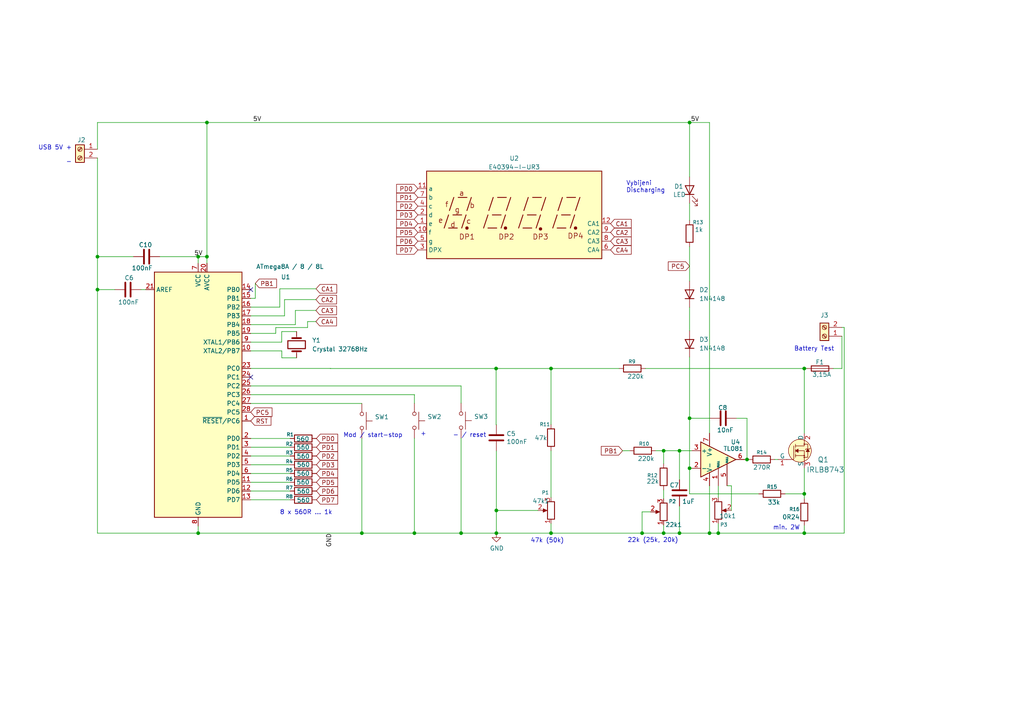
<source format=kicad_sch>
(kicad_sch (version 20230121) (generator eeschema)
  (paper "A4")
  (lib_symbols
    (symbol "Amplifier_Operational:TL081" (pin_names (offset 0.127))
      (property "Reference" "U" (at 0 6.35 0))
      (property "Value" "TL081" (at 0 3.81 0))
      (symbol "TL081_0_1"
        (polyline (pts (xy -5.08 5.08) (xy 5.08 0) (xy -5.08 -5.08) (xy -5.08 5.08)) (stroke (width 0.254)) (fill (type background)))
      )
      (symbol "TL081_1_1"
        (pin input line (at 0 -7.62 90) (length 5.08) (name "NULL") (number "1"))
        (pin input line (at -7.62 -2.54 0) (length 2.54) (name "-") (number "2"))
        (pin input line (at -7.62 2.54 0) (length 2.54) (name "+") (number "3"))
        (pin power_in line (at -2.54 -7.62 90) (length 3.81) (name "V-") (number "4"))
        (pin input line (at 2.54 -7.62 90) (length 6.35) (name "NULL") (number "5"))
        (pin output line (at 7.62 0 180) (length 2.54) (name "~") (number "6"))
        (pin power_in line (at -2.54 7.62 270) (length 3.81) (name "V+") (number "7"))
        (pin no_connect line (at 0 2.54 270) (length 2.54) hide (name "NC") (number "8"))
      )
    )
    (symbol "Connector:Screw_Terminal_01x02" (pin_names (offset 1.016) hide)
      (property "Reference" "J" (at 0 2.54 0))
      (property "Value" "Screw_Terminal_01x02" (at 0 -5.08 0))
      (symbol "Screw_Terminal_01x02_1_1"
        (rectangle (start -1.27 1.27) (end 1.27 -3.81) (stroke (width 0.254)) (fill (type background)))
        (circle (center 0 -2.54) (radius 0.635) (stroke (width 0.1524)))
        (polyline (pts (xy -0.5334 -2.2098) (xy 0.3302 -3.048)) (stroke (width 0.1524)))
        (polyline (pts (xy -0.5334 0.3302) (xy 0.3302 -0.508)) (stroke (width 0.1524)))
        (polyline (pts (xy -0.3556 -2.032) (xy 0.508 -2.8702)) (stroke (width 0.1524)))
        (polyline (pts (xy -0.3556 0.508) (xy 0.508 -0.3302)) (stroke (width 0.1524)))
        (circle (center 0 0) (radius 0.635) (stroke (width 0.1524)))
        (pin passive line (at -5.08 0 0) (length 3.81) (name "Pin_1") (number "1"))
        (pin passive line (at -5.08 -2.54 0) (length 3.81) (name "Pin_2") (number "2"))
      )
    )
    (symbol "Device:C" (pin_numbers hide) (pin_names (offset 0.254))
      (property "Reference" "C" (at 0.635 2.54 0))
      (property "Value" "C" (at 0.635 -2.54 0))
      (symbol "C_0_1"
        (polyline (pts (xy -2.032 -0.762) (xy 2.032 -0.762)) (stroke (width 0.508)))
        (polyline (pts (xy -2.032 0.762) (xy 2.032 0.762)) (stroke (width 0.508)))
      )
      (symbol "C_1_1"
        (pin passive line (at 0 3.81 270) (length 2.794) (name "~") (number "1"))
        (pin passive line (at 0 -3.81 90) (length 2.794) (name "~") (number "2"))
      )
    )
    (symbol "Device:Crystal" (pin_numbers hide) (pin_names (offset 1.016) hide)
      (property "Reference" "Y" (at 0 3.81 0))
      (property "Value" "Crystal" (at 0 -3.81 0))
      (symbol "Crystal_0_1"
        (rectangle (start -1.143 2.54) (end 1.143 -2.54) (stroke (width 0.3048)))
        (polyline (pts (xy -2.54 0) (xy -1.905 0)))
        (polyline (pts (xy -1.905 -1.27) (xy -1.905 1.27)) (stroke (width 0.508)))
        (polyline (pts (xy 1.905 -1.27) (xy 1.905 1.27)) (stroke (width 0.508)))
        (polyline (pts (xy 2.54 0) (xy 1.905 0)))
      )
      (symbol "Crystal_1_1"
        (pin passive line (at -3.81 0 0) (length 1.27) (name "1") (number "1"))
        (pin passive line (at 3.81 0 180) (length 1.27) (name "2") (number "2"))
      )
    )
    (symbol "Device:Fuse" (pin_numbers hide) (pin_names (offset 0))
      (property "Reference" "F" (at 2.032 0 90))
      (property "Value" "Fuse" (at -1.905 0 90))
      (symbol "Fuse_0_1"
        (rectangle (start -0.762 -2.54) (end 0.762 2.54) (stroke (width 0.254)))
        (polyline (pts (xy 0 2.54) (xy 0 -2.54)))
      )
      (symbol "Fuse_1_1"
        (pin passive line (at 0 3.81 270) (length 1.27) (name "~") (number "1"))
        (pin passive line (at 0 -3.81 90) (length 1.27) (name "~") (number "2"))
      )
    )
    (symbol "Device:LED" (pin_numbers hide) (pin_names (offset 1.016) hide)
      (property "Reference" "D" (at 0 2.54 0))
      (property "Value" "LED" (at 0 -2.54 0))
      (symbol "LED_0_1"
        (polyline (pts (xy -1.27 -1.27) (xy -1.27 1.27)) (stroke (width 0.254)))
        (polyline (pts (xy -1.27 0) (xy 1.27 0)))
        (polyline (pts (xy 1.27 -1.27) (xy 1.27 1.27) (xy -1.27 0) (xy 1.27 -1.27)) (stroke (width 0.254)))
        (polyline (pts (xy -3.048 -0.762) (xy -4.572 -2.286) (xy -3.81 -2.286) (xy -4.572 -2.286) (xy -4.572 -1.524)))
        (polyline (pts (xy -1.778 -0.762) (xy -3.302 -2.286) (xy -2.54 -2.286) (xy -3.302 -2.286) (xy -3.302 -1.524)))
      )
      (symbol "LED_1_1"
        (pin passive line (at -3.81 0 0) (length 2.54) (name "K") (number "1"))
        (pin passive line (at 3.81 0 180) (length 2.54) (name "A") (number "2"))
      )
    )
    (symbol "Device:R" (pin_numbers hide) (pin_names (offset 0))
      (property "Reference" "R" (at 2.032 0 90))
      (property "Value" "R" (at 0 0 90))
      (symbol "R_0_1"
        (rectangle (start -1.016 -2.54) (end 1.016 2.54) (stroke (width 0.254)))
      )
      (symbol "R_1_1"
        (pin passive line (at 0 3.81 270) (length 1.27) (name "~") (number "1"))
        (pin passive line (at 0 -3.81 90) (length 1.27) (name "~") (number "2"))
      )
    )
    (symbol "Digital-thermometer-rescue:ATmega88PA-PU-MCU_Microchip_ATmega"
      (property "Reference" "U" (at -12.7 36.83 0))
      (property "Value" "ATmega88PA-PU-MCU_Microchip_ATmega" (at 2.54 -36.83 0))
      (symbol "ATmega88PA-PU-MCU_Microchip_ATmega_0_1"
        (rectangle (start -12.7 -35.56) (end 12.7 35.56) (stroke (width 0.254)) (fill (type background)))
      )
      (symbol "ATmega88PA-PU-MCU_Microchip_ATmega_1_1"
        (pin bidirectional line (at 15.24 -7.62 180) (length 2.54) (name "~{RESET}/PC6") (number "1"))
        (pin bidirectional line (at 15.24 12.7 180) (length 2.54) (name "XTAL2/PB7") (number "10"))
        (pin bidirectional line (at 15.24 -25.4 180) (length 2.54) (name "PD5") (number "11"))
        (pin bidirectional line (at 15.24 -27.94 180) (length 2.54) (name "PD6") (number "12"))
        (pin bidirectional line (at 15.24 -30.48 180) (length 2.54) (name "PD7") (number "13"))
        (pin bidirectional line (at 15.24 30.48 180) (length 2.54) (name "PB0") (number "14"))
        (pin bidirectional line (at 15.24 27.94 180) (length 2.54) (name "PB1") (number "15"))
        (pin bidirectional line (at 15.24 25.4 180) (length 2.54) (name "PB2") (number "16"))
        (pin bidirectional line (at 15.24 22.86 180) (length 2.54) (name "PB3") (number "17"))
        (pin bidirectional line (at 15.24 20.32 180) (length 2.54) (name "PB4") (number "18"))
        (pin bidirectional line (at 15.24 17.78 180) (length 2.54) (name "PB5") (number "19"))
        (pin bidirectional line (at 15.24 -12.7 180) (length 2.54) (name "PD0") (number "2"))
        (pin power_in line (at 2.54 38.1 270) (length 2.54) (name "AVCC") (number "20"))
        (pin passive line (at -15.24 30.48 0) (length 2.54) (name "AREF") (number "21"))
        (pin passive line (at 0 -38.1 90) (length 2.54) hide (name "GND") (number "22"))
        (pin bidirectional line (at 15.24 7.62 180) (length 2.54) (name "PC0") (number "23"))
        (pin bidirectional line (at 15.24 5.08 180) (length 2.54) (name "PC1") (number "24"))
        (pin bidirectional line (at 15.24 2.54 180) (length 2.54) (name "PC2") (number "25"))
        (pin bidirectional line (at 15.24 0 180) (length 2.54) (name "PC3") (number "26"))
        (pin bidirectional line (at 15.24 -2.54 180) (length 2.54) (name "PC4") (number "27"))
        (pin bidirectional line (at 15.24 -5.08 180) (length 2.54) (name "PC5") (number "28"))
        (pin bidirectional line (at 15.24 -15.24 180) (length 2.54) (name "PD1") (number "3"))
        (pin bidirectional line (at 15.24 -17.78 180) (length 2.54) (name "PD2") (number "4"))
        (pin bidirectional line (at 15.24 -20.32 180) (length 2.54) (name "PD3") (number "5"))
        (pin bidirectional line (at 15.24 -22.86 180) (length 2.54) (name "PD4") (number "6"))
        (pin power_in line (at 0 38.1 270) (length 2.54) (name "VCC") (number "7"))
        (pin power_in line (at 0 -38.1 90) (length 2.54) (name "GND") (number "8"))
        (pin bidirectional line (at 15.24 15.24 180) (length 2.54) (name "XTAL1/PB6") (number "9"))
      )
    )
    (symbol "Digital-thermometer-rescue:R_POT-Device" (pin_names (offset 1.016) hide)
      (property "Reference" "RV" (at -4.445 0 90))
      (property "Value" "R_POT-Device" (at -2.54 0 90))
      (symbol "R_POT-Device_0_1"
        (polyline (pts (xy 2.54 0) (xy 1.524 0)))
        (polyline (pts (xy 1.143 0) (xy 2.286 0.508) (xy 2.286 -0.508) (xy 1.143 0)) (fill (type outline)))
        (rectangle (start 1.016 2.54) (end -1.016 -2.54) (stroke (width 0.254)))
      )
      (symbol "R_POT-Device_1_1"
        (pin passive line (at 0 3.81 270) (length 1.27) (name "1") (number "1"))
        (pin passive line (at 3.81 0 180) (length 1.27) (name "2") (number "2"))
        (pin passive line (at 0 -3.81 90) (length 1.27) (name "3") (number "3"))
      )
    )
    (symbol "Diode:1N4148" (pin_numbers hide) (pin_names hide)
      (property "Reference" "D" (at 0 2.54 0))
      (property "Value" "1N4148" (at 0 -2.54 0))
      (symbol "1N4148_0_1"
        (polyline (pts (xy -1.27 1.27) (xy -1.27 -1.27)) (stroke (width 0.254)))
        (polyline (pts (xy 1.27 0) (xy -1.27 0)))
        (polyline (pts (xy 1.27 1.27) (xy 1.27 -1.27) (xy -1.27 0) (xy 1.27 1.27)) (stroke (width 0.254)))
      )
      (symbol "1N4148_1_1"
        (pin passive line (at -3.81 0 0) (length 2.54) (name "K") (number "1"))
        (pin passive line (at 3.81 0 180) (length 2.54) (name "A") (number "2"))
      )
    )
    (symbol "Display_Character:CA56-12EWA"
      (property "Reference" "U" (at -24.13 13.97 0))
      (property "Value" "CA56-12EWA" (at 19.05 13.97 0))
      (symbol "CA56-12EWA_0_0"
        (rectangle (start -25.4 12.7) (end 25.4 -12.7) (stroke (width 0.254)) (fill (type background)))
        (polyline (pts (xy -20.32 -3.81) (xy -19.05 0)) (stroke (width 0.254)))
        (polyline (pts (xy -19.05 -3.81) (xy -16.51 -3.81)) (stroke (width 0.254)))
        (polyline (pts (xy -18.796 1.27) (xy -17.526 5.08)) (stroke (width 0.254)))
        (polyline (pts (xy -17.78 0) (xy -15.24 0)) (stroke (width 0.254)))
        (polyline (pts (xy -16.256 5.08) (xy -13.716 5.08)) (stroke (width 0.254)))
        (polyline (pts (xy -15.24 -3.81) (xy -13.97 0)) (stroke (width 0.254)))
        (polyline (pts (xy -13.716 1.27) (xy -12.446 5.08)) (stroke (width 0.254)))
        (polyline (pts (xy -8.89 -3.81) (xy -7.62 0)) (stroke (width 0.254)))
        (polyline (pts (xy -7.62 -3.81) (xy -5.08 -3.81)) (stroke (width 0.254)))
        (polyline (pts (xy -7.366 1.27) (xy -6.096 5.08)) (stroke (width 0.254)))
        (polyline (pts (xy -6.35 0) (xy -3.81 0)) (stroke (width 0.254)))
        (polyline (pts (xy -4.826 5.08) (xy -2.286 5.08)) (stroke (width 0.254)))
        (polyline (pts (xy -3.81 -3.81) (xy -2.54 0)) (stroke (width 0.254)))
        (polyline (pts (xy -2.286 1.27) (xy -1.016 5.08)) (stroke (width 0.254)))
        (polyline (pts (xy 1.27 -3.81) (xy 2.54 0)) (stroke (width 0.254)))
        (polyline (pts (xy 2.54 -3.81) (xy 5.08 -3.81)) (stroke (width 0.254)))
        (polyline (pts (xy 2.794 1.27) (xy 4.064 5.08)) (stroke (width 0.254)))
        (polyline (pts (xy 3.81 0) (xy 6.35 0)) (stroke (width 0.254)))
        (polyline (pts (xy 5.334 5.08) (xy 7.874 5.08)) (stroke (width 0.254)))
        (polyline (pts (xy 6.35 -3.81) (xy 7.62 0)) (stroke (width 0.254)))
        (polyline (pts (xy 7.874 1.27) (xy 9.144 5.08)) (stroke (width 0.254)))
        (polyline (pts (xy 11.176 -3.81) (xy 12.446 0)) (stroke (width 0.254)))
        (polyline (pts (xy 12.446 -3.81) (xy 14.986 -3.81)) (stroke (width 0.254)))
        (polyline (pts (xy 12.7 1.27) (xy 13.97 5.08)) (stroke (width 0.254)))
        (polyline (pts (xy 13.716 0) (xy 16.256 0)) (stroke (width 0.254)))
        (polyline (pts (xy 15.24 5.08) (xy 17.78 5.08)) (stroke (width 0.254)))
        (polyline (pts (xy 16.256 -3.81) (xy 17.526 0)) (stroke (width 0.254)))
        (polyline (pts (xy 17.78 1.27) (xy 19.05 5.08)) (stroke (width 0.254)))
        (text "a" (at -15.24 6.35 0) (effects (font (size 1.524 1.524))))
        (text "b" (at -12.192 2.794 0) (effects (font (size 1.524 1.524))))
        (text "c" (at -13.208 -1.778 0) (effects (font (size 1.524 1.524))))
        (text "d" (at -17.78 -2.794 0) (effects (font (size 1.524 1.524))))
        (text "DP1" (at -13.716 -6.35 0) (effects (font (size 1.524 1.524))))
        (text "DP2" (at -2.286 -6.35 0) (effects (font (size 1.524 1.524))))
        (text "DP3" (at 7.62 -6.35 0) (effects (font (size 1.524 1.524))))
        (text "DP4" (at 17.78 -6.096 0) (effects (font (size 1.524 1.524))))
        (text "e" (at -21.336 -1.524 0) (effects (font (size 1.524 1.524))))
        (text "f" (at -19.558 3.048 0) (effects (font (size 1.524 1.524))))
        (text "g" (at -16.51 1.524 0) (effects (font (size 1.524 1.524))))
      )
      (symbol "CA56-12EWA_0_1"
        (circle (center -13.716 -3.81) (radius 0.3556) (stroke (width 0.254)) (fill (type outline)))
        (circle (center -2.54 -3.81) (radius 0.3556) (stroke (width 0.254)) (fill (type outline)))
      )
      (symbol "CA56-12EWA_1_0"
        (circle (center 7.62 -4.064) (radius 0.3556) (stroke (width 0.254)) (fill (type outline)))
        (circle (center 17.78 -3.81) (radius 0.3556) (stroke (width 0.254)) (fill (type outline)))
      )
      (symbol "CA56-12EWA_1_1"
        (pin input line (at -27.94 -2.54 0) (length 2.54) (name "e") (number "1"))
        (pin input line (at -27.94 -5.08 0) (length 2.54) (name "f") (number "10"))
        (pin input line (at -27.94 7.62 0) (length 2.54) (name "a") (number "11"))
        (pin input line (at 27.94 -2.54 180) (length 2.54) (name "CA1") (number "12"))
        (pin input line (at -27.94 0 0) (length 2.54) (name "d") (number "2"))
        (pin input line (at -27.94 -10.16 0) (length 2.54) (name "DPX") (number "3"))
        (pin input line (at -27.94 2.54 0) (length 2.54) (name "c") (number "4"))
        (pin input line (at -27.94 -7.62 0) (length 2.54) (name "g") (number "5"))
        (pin input line (at 27.94 -10.16 180) (length 2.54) (name "CA4") (number "6"))
        (pin input line (at -27.94 5.08 0) (length 2.54) (name "b") (number "7"))
        (pin input line (at 27.94 -7.62 180) (length 2.54) (name "CA3") (number "8"))
        (pin input line (at 27.94 -5.08 180) (length 2.54) (name "CA2") (number "9"))
      )
    )
    (symbol "GND_2" (power) (pin_numbers hide) (pin_names (offset 0) hide)
      (property "Value" "GND_2" (at 0 -3.81 0))
      (symbol "GND_2_0_1"
        (polyline (pts (xy 0 0) (xy 0 -1.27) (xy 1.27 -1.27) (xy 0 -2.54) (xy -1.27 -1.27) (xy 0 -1.27)))
      )
      (symbol "GND_2_1_1"
        (pin power_in line (at 0 0 270) (length 0) hide (name "GND") (number "1"))
      )
    )
    (symbol "Switch:SW_Push" (pin_numbers hide) (pin_names (offset 1.016) hide)
      (property "Reference" "SW" (at 1.27 2.54 0))
      (property "Value" "SW_Push" (at 0 -1.524 0))
      (symbol "SW_Push_0_1"
        (circle (center -2.032 0) (radius 0.508))
        (polyline (pts (xy 0 1.27) (xy 0 3.048)))
        (polyline (pts (xy 2.54 1.27) (xy -2.54 1.27)))
        (circle (center 2.032 0) (radius 0.508))
        (pin passive line (at -5.08 0 0) (length 2.54) (name "1") (number "1"))
        (pin passive line (at 5.08 0 180) (length 2.54) (name "2") (number "2"))
      )
    )
    (symbol "dk_Transistors-FETs-MOSFETs-Single:IRLB8721PBF" (pin_names (offset 0))
      (property "Reference" "Q" (at -2.6924 3.6322 0))
      (property "Value" "IRLB8721PBF" (at 3.4544 0 90))
      (symbol "IRLB8721PBF_0_1"
        (circle (center -1.27 0) (radius 3.302) (fill (type background)))
        (circle (center 0 -1.905) (radius 0.127))
        (circle (center 0 -1.397) (radius 0.127))
        (polyline (pts (xy 0 -1.397) (xy -2.54 -1.397)))
        (polyline (pts (xy 0.508 0.508) (xy 0.3048 0.3048)))
        (polyline (pts (xy 1.524 0.508) (xy 1.7272 0.7112)))
        (polyline (pts (xy -5.08 -2.54) (xy -3.048 -2.54) (xy -3.048 1.397)))
        (polyline (pts (xy 0 -2.54) (xy 0 0) (xy -2.54 0)))
        (polyline (pts (xy 0 2.54) (xy 0 1.397) (xy -2.54 1.397)))
        (polyline (pts (xy -0.127 -1.905) (xy 1.016 -1.905) (xy 1.016 1.397) (xy 1.016 1.905) (xy -0.127 1.905)))
        (circle (center 0 1.905) (radius 0.127))
      )
      (symbol "IRLB8721PBF_1_1"
        (polyline (pts (xy -2.54 -1.397) (xy -2.54 -1.905)))
        (polyline (pts (xy -2.54 -1.397) (xy -2.54 -0.889)))
        (polyline (pts (xy -2.54 0) (xy -2.54 -0.508)))
        (polyline (pts (xy -2.54 0) (xy -2.54 0.508)))
        (polyline (pts (xy -2.54 1.905) (xy -2.54 0.889)))
        (polyline (pts (xy 1.524 0.508) (xy 0.508 0.508)))
        (polyline (pts (xy -2.54 0) (xy -1.778 0.508) (xy -1.778 -0.508) (xy -2.54 0)) (fill (type outline)))
        (polyline (pts (xy 1.016 0.508) (xy 0.508 -0.254) (xy 1.524 -0.254) (xy 1.016 0.508)) (fill (type outline)))
        (pin bidirectional line (at -7.62 -2.54 0) (length 2.54) (name "G") (number "1"))
        (pin bidirectional line (at 0 5.08 270) (length 2.54) (name "D") (number "2"))
        (pin bidirectional line (at 0 -5.08 90) (length 2.54) (name "S") (number "3"))
      )
    )
  )
  (junction (at 233.2736 106.8832))
  (junction (at 57.4802 74.4474))
  (junction (at 199.9996 135.8138))
  (junction (at 205.7908 154.6352))
  (junction (at 192.4812 130.7338))
  (junction (at 233.2736 154.6352))
  (junction (at 60.0202 35.5346))
  (junction (at 197.0786 130.7338))
  (junction (at 28.2702 74.4474))
  (junction (at 192.4812 154.6352))
  (junction (at 208.3308 154.6352))
  (junction (at 28.2702 83.9978))
  (junction (at 216.662 133.2738))
  (junction (at 197.0786 154.6352))
  (junction (at 159.8168 154.6352))
  (junction (at 199.9996 35.5346))
  (junction (at 143.891 106.8832))
  (junction (at 143.9672 154.6352))
  (junction (at 104.9528 154.6352))
  (junction (at 186.2328 154.6352))
  (junction (at 60.0202 74.4474))
  (junction (at 57.4802 154.6352))
  (junction (at 233.2736 143.2306))
  (junction (at 159.8168 106.8832))
  (junction (at 133.731 154.6352))
  (junction (at 199.9996 121.3104))
  (junction (at 120.1928 154.6352))
  (junction (at 143.9672 148.0566))
  (no_connect (at 72.7202 109.3978))
  (no_connect (at 72.7202 83.9978))
  (wire (pts (xy 72.7202 101.7778) (xy 81.7372 101.7778)))
  (wire (pts (xy 95.8596 106.8578) (xy 72.7202 106.8578)))
  (wire (pts (xy 216.662 121.3104) (xy 213.5632 121.3104)))
  (wire (pts (xy 215.9508 133.2738) (xy 216.662 133.2738)))
  (wire (pts (xy 133.731 111.9378) (xy 133.731 116.9162)))
  (wire (pts (xy 205.7908 35.5346) (xy 205.7908 125.6538)))
  (wire (pts (xy 212.1408 140.8938) (xy 212.1408 148.0566)))
  (wire (pts (xy 199.9996 103.5558) (xy 199.9996 121.3104)))
  (wire (pts (xy 120.1928 154.6352) (xy 133.731 154.6352)))
  (wire (pts (xy 74.041 82.1944) (xy 74.041 86.5378)))
  (wire (pts (xy 156.0068 148.0566) (xy 143.9672 148.0566)))
  (wire (pts (xy 197.0786 154.6352) (xy 205.7908 154.6352)))
  (wire (pts (xy 233.2736 106.8832) (xy 233.2736 125.6538)))
  (wire (pts (xy 104.9528 154.6352) (xy 120.1928 154.6352)))
  (wire (pts (xy 89.2048 93.2688) (xy 91.6178 93.2688)))
  (wire (pts (xy 60.0202 35.5346) (xy 199.9996 35.5346)))
  (wire (pts (xy 159.8168 106.8832) (xy 159.8168 123.1138)))
  (wire (pts (xy 187.198 106.8832) (xy 233.2736 106.8832)))
  (wire (pts (xy 81.7118 96.1644) (xy 86.0298 96.1644)))
  (wire (pts (xy 85.6742 90.043) (xy 91.6178 90.043)))
  (wire (pts (xy 72.7202 144.9578) (xy 84.1502 144.9578)))
  (wire (pts (xy 72.7202 91.6178) (xy 82.5246 91.6178)))
  (wire (pts (xy 244.1956 94.9706) (xy 244.856 94.9706)))
  (wire (pts (xy 72.7202 96.6978) (xy 79.9846 96.6978)))
  (wire (pts (xy 159.8168 106.8832) (xy 179.578 106.8832)))
  (wire (pts (xy 81.7372 101.7778) (xy 81.7372 103.7844)))
  (wire (pts (xy 244.1956 106.8832) (xy 241.6556 106.8832)))
  (wire (pts (xy 210.8708 140.8938) (xy 212.1408 140.8938)))
  (wire (pts (xy 244.1956 97.5106) (xy 244.1956 106.8832)))
  (wire (pts (xy 72.7202 129.7178) (xy 84.1502 129.7178)))
  (wire (pts (xy 192.4812 130.7338) (xy 192.4812 134.493)))
  (wire (pts (xy 79.9846 96.6978) (xy 79.9846 94.996)))
  (wire (pts (xy 205.9432 121.3104) (xy 199.9996 121.3104)))
  (wire (pts (xy 205.7908 140.8938) (xy 205.7908 154.6352)))
  (wire (pts (xy 199.9996 58.928) (xy 199.9996 63.9318)))
  (wire (pts (xy 81.153 83.7692) (xy 91.6686 83.7692)))
  (wire (pts (xy 208.3308 140.8938) (xy 208.3308 144.2466)))
  (wire (pts (xy 28.2702 45.8216) (xy 28.2702 74.4474)))
  (wire (pts (xy 159.8168 130.7338) (xy 159.8168 144.2466)))
  (wire (pts (xy 159.8168 151.8666) (xy 159.8168 154.6352)))
  (wire (pts (xy 120.2182 114.5032) (xy 120.1928 114.5032)))
  (wire (pts (xy 81.7372 103.7844) (xy 86.0298 103.7844)))
  (wire (pts (xy 28.2702 83.9978) (xy 28.2702 154.6352)))
  (wire (pts (xy 72.7202 137.3378) (xy 84.1502 137.3378)))
  (wire (pts (xy 199.9996 143.2306) (xy 220.091 143.2306)))
  (wire (pts (xy 120.1928 127.127) (xy 120.1928 154.6352)))
  (wire (pts (xy 28.2702 35.5346) (xy 60.0202 35.5346)))
  (wire (pts (xy 200.7108 135.8138) (xy 199.9996 135.8138)))
  (wire (pts (xy 82.5246 91.6178) (xy 82.5246 86.8934)))
  (wire (pts (xy 233.2736 152.3238) (xy 233.2736 154.6352)))
  (wire (pts (xy 186.2328 154.6352) (xy 192.4812 154.6352)))
  (wire (pts (xy 143.9672 154.6352) (xy 133.731 154.6352)))
  (wire (pts (xy 95.8596 106.8832) (xy 95.8596 106.8578)))
  (wire (pts (xy 180.5686 130.7338) (xy 182.6006 130.7338)))
  (wire (pts (xy 40.9194 83.9978) (xy 42.2402 83.9978)))
  (wire (pts (xy 57.4802 152.5778) (xy 57.4802 154.6352)))
  (wire (pts (xy 104.9528 127.1778) (xy 104.9528 154.6352)))
  (wire (pts (xy 216.662 133.2738) (xy 217.0938 133.2738)))
  (wire (pts (xy 72.7202 99.2378) (xy 81.7118 99.2378)))
  (wire (pts (xy 28.2702 74.4474) (xy 28.2702 83.9978)))
  (wire (pts (xy 72.7202 111.9378) (xy 133.731 111.9378)))
  (wire (pts (xy 95.8596 106.8832) (xy 143.891 106.8832)))
  (wire (pts (xy 28.2702 83.9978) (xy 33.2994 83.9978)))
  (wire (pts (xy 72.7202 117.0178) (xy 104.9528 117.0178)))
  (wire (pts (xy 244.856 94.9706) (xy 244.856 154.6352)))
  (wire (pts (xy 233.2736 106.8832) (xy 234.0356 106.8832)))
  (wire (pts (xy 190.2206 130.7338) (xy 192.4812 130.7338)))
  (wire (pts (xy 72.7202 86.5378) (xy 74.041 86.5378)))
  (wire (pts (xy 197.0786 130.7338) (xy 192.4812 130.7338)))
  (wire (pts (xy 57.4802 74.4474) (xy 60.0202 74.4474)))
  (wire (pts (xy 192.4812 154.6352) (xy 197.0786 154.6352)))
  (wire (pts (xy 186.2328 148.463) (xy 186.2328 154.6352)))
  (wire (pts (xy 224.7138 133.2738) (xy 225.6536 133.2738)))
  (wire (pts (xy 143.9672 130.7846) (xy 143.9672 148.0566)))
  (wire (pts (xy 143.891 106.8832) (xy 143.891 123.1646)))
  (wire (pts (xy 216.662 133.2738) (xy 216.662 121.3104)))
  (wire (pts (xy 82.5246 86.8934) (xy 91.6178 86.8934)))
  (wire (pts (xy 72.7202 127.1778) (xy 84.1502 127.1778)))
  (wire (pts (xy 197.0786 130.7338) (xy 197.0786 139.1412)))
  (wire (pts (xy 133.731 127.0762) (xy 133.731 154.6352)))
  (wire (pts (xy 192.4812 142.113) (xy 192.4812 144.653)))
  (wire (pts (xy 81.153 89.0778) (xy 81.153 83.7692)))
  (wire (pts (xy 143.9672 148.0566) (xy 143.9672 154.6352)))
  (wire (pts (xy 57.4802 154.6352) (xy 104.9528 154.6352)))
  (wire (pts (xy 199.9996 35.5346) (xy 205.7908 35.5346)))
  (wire (pts (xy 143.891 123.1646) (xy 143.9672 123.1646)))
  (wire (pts (xy 28.2702 154.6352) (xy 57.4802 154.6352)))
  (wire (pts (xy 28.2702 43.2816) (xy 28.2702 35.5346)))
  (wire (pts (xy 72.7202 114.4778) (xy 120.2182 114.4778)))
  (wire (pts (xy 57.4802 74.4474) (xy 57.4802 76.3778)))
  (wire (pts (xy 89.2048 94.996) (xy 89.2048 93.2688)))
  (wire (pts (xy 143.9672 154.6352) (xy 159.8168 154.6352)))
  (wire (pts (xy 143.891 106.8832) (xy 159.8168 106.8832)))
  (wire (pts (xy 197.0786 146.7612) (xy 197.0786 154.6352)))
  (wire (pts (xy 159.8168 154.6352) (xy 186.2328 154.6352)))
  (wire (pts (xy 72.7202 134.7978) (xy 84.1502 134.7978)))
  (wire (pts (xy 60.0202 74.4474) (xy 60.0202 76.3778)))
  (wire (pts (xy 79.9846 94.996) (xy 89.2048 94.996)))
  (wire (pts (xy 60.0202 35.5346) (xy 60.0202 74.4474)))
  (wire (pts (xy 199.9996 121.3104) (xy 199.9996 135.8138)))
  (wire (pts (xy 233.2736 143.2306) (xy 233.2736 144.7038)))
  (wire (pts (xy 72.7202 94.1578) (xy 85.6742 94.1578)))
  (wire (pts (xy 28.2702 74.4474) (xy 38.7096 74.4474)))
  (wire (pts (xy 208.3308 154.6352) (xy 233.2736 154.6352)))
  (wire (pts (xy 120.1928 114.5032) (xy 120.1928 116.967)))
  (wire (pts (xy 199.9996 35.5346) (xy 199.9996 51.308)))
  (wire (pts (xy 188.6712 148.463) (xy 186.2328 148.463)))
  (wire (pts (xy 72.7202 132.2578) (xy 84.1502 132.2578)))
  (wire (pts (xy 120.2182 114.4778) (xy 120.2182 114.5032)))
  (wire (pts (xy 208.3308 151.8666) (xy 208.3308 154.6352)))
  (wire (pts (xy 72.7202 89.0778) (xy 81.153 89.0778)))
  (wire (pts (xy 227.711 143.2306) (xy 233.2736 143.2306)))
  (wire (pts (xy 199.9996 89.154) (xy 199.9996 95.9358)))
  (wire (pts (xy 205.7908 154.6352) (xy 208.3308 154.6352)))
  (wire (pts (xy 199.9996 135.8138) (xy 199.9996 143.2306)))
  (wire (pts (xy 192.4812 152.273) (xy 192.4812 154.6352)))
  (wire (pts (xy 72.7202 142.4178) (xy 84.1502 142.4178)))
  (wire (pts (xy 46.3296 74.4474) (xy 57.4802 74.4474)))
  (wire (pts (xy 81.7118 99.2378) (xy 81.7118 96.1644)))
  (wire (pts (xy 197.0786 130.7338) (xy 200.7108 130.7338)))
  (wire (pts (xy 233.2736 135.8138) (xy 233.2736 143.2306)))
  (wire (pts (xy 233.2736 154.6352) (xy 244.856 154.6352)))
  (wire (pts (xy 85.6742 94.1578) (xy 85.6742 90.043)))
  (wire (pts (xy 72.7202 139.8778) (xy 84.1502 139.8778)))
  (wire (pts (xy 199.9996 71.5518) (xy 199.9996 81.534)))
  (text "Mod / start-stop" (at 99.5426 127.0762 0) (effects (font (size 1.27 1.27)) (justify left bottom)))
  (text "min. 2W" (at 224.155 153.8732 0) (effects (font (size 1.27 1.27)) (justify left bottom)))
  (text "Battery Test" (at 230.3018 102.0064 0) (effects (font (size 1.27 1.27)) (justify left bottom)))
  (text "+" (at 121.92 126.6444 0) (effects (font (size 1.27 1.27)) (justify left bottom)))
  (text "USB 5V +\n\n	   -\n" (at 20.8788 47.752 0) (effects (font (size 1.27 1.27)) (justify right bottom)))
  (text "22k (25k, 20k)" (at 181.991 157.5308 0) (effects (font (size 1.27 1.27)) (justify left bottom)))
  (text "Vybijeni\nDischarging" (at 181.61 56.0578 0) (effects (font (size 1.27 1.27)) (justify left bottom)))
  (text "8 x 560R ... 1k" (at 81.153 149.4536 0) (effects (font (size 1.27 1.27)) (justify left bottom)))
  (text "- / reset" (at 131.318 127.0254 0) (effects (font (size 1.27 1.27)) (justify left bottom)))
  (text "47k (50k)" (at 153.8732 157.6324 0) (effects (font (size 1.27 1.27)) (justify left bottom)))
  (label "5V" (at 75.8444 35.5346 180))
  (label "5V" (at 58.801 74.4474 180))
  (label "GND" (at 96.4692 154.6352 270))
  (label "5V" (at 202.819 35.5346 180))
  (global_label "PD4" (shape input) (at 91.7702 137.3378 0) (property "Intersheetrefs" "${INTERSHEET_REFS}" (effects hide)))
  (global_label "CA2" (shape input) (at 91.6178 86.8934 0) (property "Intersheetrefs" "${INTERSHEET_REFS}" (effects hide)))
  (global_label "PD6" (shape input) (at 91.7702 142.4178 0) (property "Intersheetrefs" "${INTERSHEET_REFS}" (effects hide)))
  (global_label "CA4" (shape input) (at 91.6178 93.2688 0) (property "Intersheetrefs" "${INTERSHEET_REFS}" (effects hide)))
  (global_label "PD0" (shape input) (at 121.2088 54.7116 180) (property "Intersheetrefs" "${INTERSHEET_REFS}" (effects hide)))
  (global_label "PD0" (shape input) (at 91.7702 127.1778 0) (property "Intersheetrefs" "${INTERSHEET_REFS}" (effects hide)))
  (global_label "PD2" (shape input) (at 121.2088 59.7916 180) (property "Intersheetrefs" "${INTERSHEET_REFS}" (effects hide)))
  (global_label "CA2" (shape input) (at 177.0888 67.4116 0) (property "Intersheetrefs" "${INTERSHEET_REFS}" (effects hide)))
  (global_label "PD5" (shape input) (at 91.7702 139.8778 0) (property "Intersheetrefs" "${INTERSHEET_REFS}" (effects hide)))
  (global_label "CA3" (shape input) (at 91.6178 90.043 0) (property "Intersheetrefs" "${INTERSHEET_REFS}" (effects hide)))
  (global_label "CA3" (shape input) (at 177.0888 69.9516 0) (property "Intersheetrefs" "${INTERSHEET_REFS}" (effects hide)))
  (global_label "PC5" (shape input) (at 199.9996 77.1906 180) (property "Intersheetrefs" "${INTERSHEET_REFS}" (effects hide)))
  (global_label "PD2" (shape input) (at 91.7702 132.2578 0) (property "Intersheetrefs" "${INTERSHEET_REFS}" (effects hide)))
  (global_label "CA1" (shape input) (at 177.0888 64.8716 0) (property "Intersheetrefs" "${INTERSHEET_REFS}" (effects hide)))
  (global_label "PD3" (shape input) (at 91.7702 134.7978 0) (property "Intersheetrefs" "${INTERSHEET_REFS}" (effects hide)))
  (global_label "PD6" (shape input) (at 121.2088 69.9516 180) (property "Intersheetrefs" "${INTERSHEET_REFS}" (effects hide)))
  (global_label "PD4" (shape input) (at 121.2088 64.8716 180) (property "Intersheetrefs" "${INTERSHEET_REFS}" (effects hide)))
  (global_label "PD7" (shape input) (at 91.7702 144.9578 0) (property "Intersheetrefs" "${INTERSHEET_REFS}" (effects hide)))
  (global_label "PD7" (shape input) (at 121.2088 72.4916 180) (property "Intersheetrefs" "${INTERSHEET_REFS}" (effects hide)))
  (global_label "PD1" (shape input) (at 121.2088 57.2516 180) (property "Intersheetrefs" "${INTERSHEET_REFS}" (effects hide)))
  (global_label "PD5" (shape input) (at 121.2088 67.4116 180) (property "Intersheetrefs" "${INTERSHEET_REFS}" (effects hide)))
  (global_label "CA1" (shape input) (at 91.6686 83.7692 0) (property "Intersheetrefs" "${INTERSHEET_REFS}" (effects hide)))
  (global_label "PB1" (shape input) (at 180.5686 130.7338 180) (property "Intersheetrefs" "${INTERSHEET_REFS}" (effects hide)))
  (global_label "RST" (shape input) (at 72.7202 122.0978 0) (property "Intersheetrefs" "${INTERSHEET_REFS}" (effects hide)))
  (global_label "PD3" (shape input) (at 121.2088 62.3316 180) (property "Intersheetrefs" "${INTERSHEET_REFS}" (effects hide)))
  (global_label "PB1" (shape input) (at 74.041 82.1944 0) (property "Intersheetrefs" "${INTERSHEET_REFS}" (effects hide)))
  (global_label "CA4" (shape input) (at 177.0888 72.4916 0) (property "Intersheetrefs" "${INTERSHEET_REFS}" (effects hide)))
  (global_label "PC5" (shape input) (at 72.7202 119.5578 0) (property "Intersheetrefs" "${INTERSHEET_REFS}" (effects hide)))
  (global_label "PD1" (shape input) (at 91.7702 129.7178 0) (property "Intersheetrefs" "${INTERSHEET_REFS}" (effects hide)))
  (symbol (lib_id "Device:R") (at 87.9602 127.1778 90) (unit 1)
    (property "Reference" "R1" (at 85.217 126.0348 90) (effects (font (size 1 1)) (justify left)))
    (property "Value" "560" (at 89.7382 127.3302 90) (effects (justify left)))
    (property "Footprint" "Resistor_THT:R_Axial_DIN0204_L3.6mm_D1.6mm_P7.62mm_Horizontal" (effects hide))
  )
  (symbol (lib_id "Switch:SW_Push") (at 104.9528 122.0978 270) (unit 1)
    (property "Reference" "SW1" (at 108.712 120.9294 90) (effects (justify left)))
    (property "Footprint" "Button_Switch_THT:SW_Tactile_Straight_KSA0Axx1LFTR" (effects hide))
  )
  (symbol (lib_id "Digital-thermometer-rescue:R_POT-Device") (at 159.8168 148.0566 180) (unit 1)
    (property "Reference" "47k1" (at 154.432 145.3134 0) (effects (justify right)))
    (property "Value" "P1" (at 157.099 142.875 0) (effects (font (size 1 1)) (justify right)))
    (property "Footprint" "Potentiometer_THT:Potentiometer_ACP_CA9-V10_Vertical_Hole" (effects hide))
  )
  (symbol (lib_id "Digital-thermometer-rescue:ATmega88PA-PU-MCU_Microchip_ATmega") (at 57.4802 114.4778 0) (unit 1)
    (property "Reference" "U1" (at 84.2264 80.3402 0) (effects (justify right)))
    (property "Value" "ATmega8A / 8 / 8L" (at 93.9038 77.3176 0) (effects (justify right)))
    (property "Footprint" "Package_DIP:DIP-28_W7.62mm" (effects hide))
    (property "Datasheet" "http://ww1.microchip.com/downloads/en/DeviceDoc/ATmega48PA_88PA_168PA-Data-Sheet-40002011A.pdf" (effects hide))
  )
  (symbol (lib_id "Switch:SW_Push") (at 120.1928 122.047 270) (unit 1)
    (property "Reference" "SW2" (at 123.952 120.8786 90) (effects (justify left)))
    (property "Footprint" "Button_Switch_THT:SW_Tactile_Straight_KSA0Axx1LFTR" (effects hide))
  )
  (symbol (lib_id "Device:C") (at 37.1094 83.9978 90) (unit 1)
    (property "Reference" "C6" (at 38.8112 80.5942 90) (effects (justify left)))
    (property "Value" "100nF" (at 40.3098 87.6554 90) (effects (justify left)))
    (property "Footprint" "Capacitor_THT:C_Disc_D4.7mm_W2.5mm_P5.00mm" (effects hide))
  )
  (symbol (lib_id "Device:Fuse") (at 237.8456 106.8832 90) (unit 1)
    (property "Reference" "F1" (at 239.0394 105.0544 90) (effects (justify left)))
    (property "Value" "3,15A" (at 241.0968 108.6104 90) (effects (justify left)))
    (property "Footprint" "Fuse:Fuse_Littelfuse_372_D8.50mm" (effects hide))
  )
  (symbol (lib_id "Device:R") (at 87.9602 144.9578 90) (unit 1)
    (property "Reference" "R8" (at 84.963 144.018 90) (effects (font (size 1 1)) (justify left)))
    (property "Value" "560" (at 89.916 145.0594 90) (effects (justify left)))
    (property "Footprint" "Resistor_THT:R_Axial_DIN0204_L3.6mm_D1.6mm_P7.62mm_Horizontal" (effects hide))
  )
  (symbol (lib_id "Device:R") (at 87.9602 142.4178 90) (unit 1)
    (property "Reference" "R7" (at 84.963 141.478 90) (effects (font (size 1 1)) (justify left)))
    (property "Value" "560" (at 89.916 142.4686 90) (effects (justify left)))
    (property "Footprint" "Resistor_THT:R_Axial_DIN0204_L3.6mm_D1.6mm_P7.62mm_Horizontal" (effects hide))
  )
  (symbol (lib_id "Device:R") (at 233.2736 148.5138 0) (unit 1)
    (property "Reference" "R16" (at 228.8794 147.701 0) (effects (font (size 1 1)) (justify left)))
    (property "Value" "0R24" (at 226.8728 149.9616 0) (effects (justify left)))
    (property "Footprint" "Resistor_THT:R_Axial_Power_L20.0mm_W6.4mm_P25.40mm" (effects hide))
  )
  (symbol (lib_id "Device:C") (at 42.5196 74.4474 90) (unit 1)
    (property "Reference" "C10" (at 44.1452 71.0184 90) (effects (justify left)))
    (property "Value" "100nF" (at 44.2722 77.7494 90) (effects (justify left)))
    (property "Footprint" "Capacitor_THT:C_Disc_D4.7mm_W2.5mm_P5.00mm" (effects hide))
  )
  (symbol (lib_id "Digital-thermometer-rescue:R_POT-Device") (at 192.4812 148.463 180) (unit 1)
    (property "Reference" "22k1" (at 192.9638 152.1968 0) (effects (justify right)))
    (property "Value" "P2" (at 193.9544 145.415 0) (effects (font (size 1 1)) (justify right)))
    (property "Footprint" "Potentiometer_THT:Potentiometer_ACP_CA9-V10_Vertical_Hole" (effects hide))
  )
  (symbol (lib_id "Device:R") (at 159.8168 126.9238 0) (unit 1)
    (property "Reference" "R11" (at 156.4894 123.0884 0) (effects (font (size 1 1)) (justify left)))
    (property "Value" "47k" (at 155.0416 127.0254 0) (effects (justify left)))
    (property "Footprint" "Resistor_THT:R_Axial_DIN0204_L3.6mm_D1.6mm_P7.62mm_Horizontal" (effects hide))
  )
  (symbol (lib_id "Device:R") (at 183.388 106.8832 270) (unit 1)
    (property "Reference" "R9" (at 182.245 104.8766 90) (effects (font (size 1 1)) (justify left)))
    (property "Value" "220k" (at 181.9148 109.1692 90) (effects (justify left)))
    (property "Footprint" "Resistor_THT:R_Axial_DIN0204_L3.6mm_D1.6mm_P7.62mm_Horizontal" (effects hide))
  )
  (symbol (lib_id "Diode:1N4148") (at 199.9996 85.344 90) (unit 1)
    (property "Reference" "D2" (at 202.7936 84.074 90) (effects (justify right)))
    (property "Value" "1N4148" (at 202.7936 86.614 90) (effects (justify right)))
    (property "Footprint" "Diode_THT:D_DO-35_SOD27_P7.62mm_Horizontal" (effects hide))
    (property "Datasheet" "https://assets.nexperia.com/documents/data-sheet/1N4148_1N4448.pdf" (effects hide))
    (property "Sim.Device" "D" (effects hide))
    (property "Sim.Pins" "1=K 2=A" (effects hide))
  )
  (symbol (lib_id "Connector:Screw_Terminal_01x02") (at 239.1156 97.5106 180) (unit 1)
    (property "Reference" "J3" (at 239.1156 91.44 0))
    (property "Value" "Test" (effects hide))
    (property "Footprint" "TerminalBlock_4Ucon:TerminalBlock_4Ucon_1x02_P3.50mm_Horizontal" (effects hide))
  )
  (symbol (lib_id "dk_Transistors-FETs-MOSFETs-Single:IRLB8721PBF") (at 233.2736 130.7338 0) (unit 1)
    (property "Reference" "Q1" (at 237.109 133.3246 0) (effects (font (size 1.524 1.524)) (justify left)))
    (property "Value" "IRLB8743" (at 233.8832 136.2456 0) (effects (font (size 1.524 1.524)) (justify left)))
    (property "Footprint" "digikey-footprints:TO-220-3" (effects hide))
    (property "Datasheet" "https://www.infineon.com/dgdl/irlb8721pbf.pdf?fileId=5546d462533600a40153566056732591" (effects hide))
    (property "Digi-Key_PN" "IRLB8721PBF-ND" (effects hide))
    (property "MPN" "IRLB8721PBF" (effects hide))
    (property "Category" "Discrete Semiconductor Products" (effects hide))
    (property "Family" "Transistors - FETs, MOSFETs - Single" (effects hide))
    (property "DK_Datasheet_Link" "https://www.infineon.com/dgdl/irlb8721pbf.pdf?fileId=5546d462533600a40153566056732591" (effects hide))
    (property "DK_Detail_Page" "/product-detail/en/infineon-technologies/IRLB8721PBF/IRLB8721PBF-ND/2127670" (effects hide))
    (property "Description" "MOSFET N-CH 30V 62A TO-220AB" (effects hide))
    (property "Manufacturer" "Infineon Technologies" (effects hide))
    (property "Status" "Active" (effects hide))
  )
  (symbol (lib_id "Device:R") (at 87.9602 134.7978 90) (unit 1)
    (property "Reference" "R4" (at 84.963 133.858 90) (effects (font (size 1 1)) (justify left)))
    (property "Value" "560" (at 89.916 134.747 90) (effects (justify left)))
    (property "Footprint" "Resistor_THT:R_Axial_DIN0204_L3.6mm_D1.6mm_P7.62mm_Horizontal" (effects hide))
  )
  (symbol (lib_id "Diode:1N4148") (at 199.9996 99.7458 90) (unit 1)
    (property "Reference" "D3" (at 202.7936 98.4758 90) (effects (justify right)))
    (property "Value" "1N4148" (at 202.7936 101.0158 90) (effects (justify right)))
    (property "Footprint" "Diode_THT:D_DO-35_SOD27_P7.62mm_Horizontal" (effects hide))
    (property "Datasheet" "https://assets.nexperia.com/documents/data-sheet/1N4148_1N4448.pdf" (effects hide))
    (property "Sim.Device" "D" (effects hide))
    (property "Sim.Pins" "1=K 2=A" (effects hide))
  )
  (symbol (lib_id "Device:C") (at 197.0786 142.9512 0) (unit 1)
    (property "Reference" "C7" (at 194.2084 140.716 0) (effects (justify left)))
    (property "Value" "1uF" (at 197.8406 145.4404 0) (effects (justify left)))
    (property "Footprint" "Capacitor_THT:C_Disc_D4.7mm_W2.5mm_P5.00mm" (effects hide))
  )
  (symbol (lib_id "Device:R") (at 87.9602 129.7178 90) (unit 1)
    (property "Reference" "R2" (at 84.963 128.778 90) (effects (font (size 1 1)) (justify left)))
    (property "Value" "560" (at 89.8144 129.7432 90) (effects (justify left)))
    (property "Footprint" "Resistor_THT:R_Axial_DIN0204_L3.6mm_D1.6mm_P7.62mm_Horizontal" (effects hide))
  )
  (symbol (lib_id "Device:R") (at 223.901 143.2306 270) (unit 1)
    (property "Reference" "R15" (at 222.377 141.1986 90) (effects (font (size 1 1)) (justify left)))
    (property "Value" "33k" (at 222.631 145.6944 90) (effects (justify left)))
    (property "Footprint" "Resistor_THT:R_Axial_DIN0204_L3.6mm_D1.6mm_P7.62mm_Horizontal" (effects hide))
  )
  (symbol (lib_id "Device:LED") (at 199.9996 55.118 90) (unit 1)
    (property "Reference" "D1" (at 195.5292 54.0766 90) (effects (justify right)))
    (property "Value" "LED" (at 195.2244 56.4388 90) (effects (justify right)))
    (property "Footprint" "LED_THT:LED_D3.0mm" (effects hide))
  )
  (symbol (lib_id "Device:R") (at 87.9602 132.2578 90) (unit 1)
    (property "Reference" "R3" (at 84.963 131.318 90) (effects (font (size 1 1)) (justify left)))
    (property "Value" "560" (at 89.8652 132.334 90) (effects (justify left)))
    (property "Footprint" "Resistor_THT:R_Axial_DIN0204_L3.6mm_D1.6mm_P7.62mm_Horizontal" (effects hide))
  )
  (symbol (lib_id "Device:C") (at 143.9672 126.9746 0) (unit 1)
    (property "Reference" "C5" (at 146.8882 125.8062 0) (effects (justify left)))
    (property "Value" "100nF" (at 146.8882 128.1176 0) (effects (justify left)))
    (property "Footprint" "Capacitor_THT:C_Disc_D4.7mm_W2.5mm_P5.00mm" (effects hide))
  )
  (symbol (lib_id "Connector:Screw_Terminal_01x02") (at 23.1902 43.2816 0) (mirror y) (unit 1)
    (property "Reference" "J2" (at 23.622 40.5892 0))
    (property "Value" "Power" (effects hide))
    (property "Footprint" "TerminalBlock_4Ucon:TerminalBlock_4Ucon_1x02_P3.50mm_Horizontal" (effects hide))
  )
  (symbol (lib_id "Switch:SW_Push") (at 133.731 121.9962 270) (unit 1)
    (property "Reference" "SW3" (at 137.4902 120.8278 90) (effects (justify left)))
    (property "Footprint" "Button_Switch_THT:SW_Tactile_Straight_KSA0Axx1LFTR" (effects hide))
  )
  (symbol (lib_id "Device:R") (at 220.9038 133.2738 270) (unit 1)
    (property "Reference" "R14" (at 219.3798 131.2418 90) (effects (font (size 1 1)) (justify left)))
    (property "Value" "270R" (at 218.4146 135.5344 90) (effects (justify left)))
    (property "Footprint" "Resistor_THT:R_Axial_DIN0204_L3.6mm_D1.6mm_P7.62mm_Horizontal" (effects hide))
  )
  (symbol (lib_id "Device:R") (at 199.9996 67.7418 180) (unit 1)
    (property "Reference" "R13" (at 203.9874 64.4906 0) (effects (font (size 1 1)) (justify left)))
    (property "Value" "1k" (at 203.9366 66.5988 0) (effects (justify left)))
    (property "Footprint" "Resistor_THT:R_Axial_DIN0204_L3.6mm_D1.6mm_P7.62mm_Horizontal" (effects hide))
  )
  (symbol (lib_id "Device:R") (at 186.4106 130.7338 270) (unit 1)
    (property "Reference" "R10" (at 185.2676 128.7272 90) (effects (font (size 1 1)) (justify left)))
    (property "Value" "220k" (at 184.9374 133.0198 90) (effects (justify left)))
    (property "Footprint" "Resistor_THT:R_Axial_DIN0204_L3.6mm_D1.6mm_P7.62mm_Horizontal" (effects hide))
  )
  (symbol (lib_id "Device:R") (at 87.9602 139.8778 90) (unit 1)
    (property "Reference" "R6" (at 84.963 138.938 90) (effects (font (size 1 1)) (justify left)))
    (property "Value" "560" (at 89.8144 139.8778 90) (effects (justify left)))
    (property "Footprint" "Resistor_THT:R_Axial_DIN0204_L3.6mm_D1.6mm_P7.62mm_Horizontal" (effects hide))
  )
  (symbol (lib_id "Device:R") (at 192.4812 138.303 0) (unit 1)
    (property "Reference" "R12" (at 187.6806 137.8966 0) (effects (font (size 1 1)) (justify left)))
    (property "Value" "22k" (at 187.5028 139.5984 0) (effects (justify left)))
    (property "Footprint" "Resistor_THT:R_Axial_DIN0204_L3.6mm_D1.6mm_P7.62mm_Horizontal" (effects hide))
  )
  (symbol (lib_id "Device:R") (at 87.9602 137.3378 90) (unit 1)
    (property "Reference" "R5" (at 84.963 136.398 90) (effects (font (size 1 1)) (justify left)))
    (property "Value" "560" (at 89.8652 137.3378 90) (effects (justify left)))
    (property "Footprint" "Resistor_THT:R_Axial_DIN0204_L3.6mm_D1.6mm_P7.62mm_Horizontal" (effects hide))
  )
  (symbol (lib_id "Digital-thermometer-rescue:R_POT-Device") (at 208.3308 148.0566 0) (mirror x) (unit 1)
    (property "Reference" "10k1" (at 213.5124 149.6568 0) (effects (justify right)))
    (property "Value" "P3" (at 210.9978 152.1968 0) (effects (font (size 1 1)) (justify right)))
    (property "Footprint" "Potentiometer_THT:Potentiometer_ACP_CA9-V10_Vertical_Hole" (effects hide))
  )
  (symbol (lib_id "Amplifier_Operational:TL081") (at 208.3308 133.2738 0) (unit 1)
    (property "Reference" "U4" (at 213.3346 128.1938 0))
    (property "Value" "TL081" (at 212.6996 130.1242 0))
    (property "Footprint" "Package_DIP:DIP-8_W7.62mm_LongPads" (effects hide))
    (property "Datasheet" "http://www.ti.com/lit/ds/symlink/tl081.pdf" (effects hide))
  )
  (symbol (lib_id "Display_Character:CA56-12EWA") (at 149.1488 62.3316 0) (unit 1)
    (property "Reference" "U2" (at 149.1488 45.9318 0))
    (property "Value" "E40394-I-UR3" (at 149.1488 48.4687 0))
    (property "Footprint" "Tito:E40394-l-UR3" (effects hide))
  )
  (symbol (lib_id "Device:C") (at 209.7532 121.3104 90) (unit 1)
    (property "Reference" "C8" (at 210.9724 118.2624 90) (effects (justify left)))
    (property "Value" "10nF" (at 212.8012 124.7394 90) (effects (justify left)))
    (property "Footprint" "Capacitor_THT:C_Disc_D4.7mm_W2.5mm_P5.00mm" (effects hide))
  )
  (symbol (lib_name "GND_2") (lib_id "power:GND") (at 143.9672 154.6352 0) (unit 1)
    (property "Reference" "#PWR01" (effects hide))
    (property "Value" "GND" (at 144.0942 159.0294 0))
  )
  (symbol (lib_id "Device:Crystal") (at 86.0298 99.9744 90) (unit 1)
    (property "Reference" "Y1" (at 90.5002 98.7044 90) (effects (justify right)))
    (property "Value" "Crystal 32768Hz" (at 90.5002 101.2444 90) (effects (justify right)))
    (property "Footprint" "Crystal:Crystal_HC18-U_Vertical" (effects hide))
  )
)
</source>
